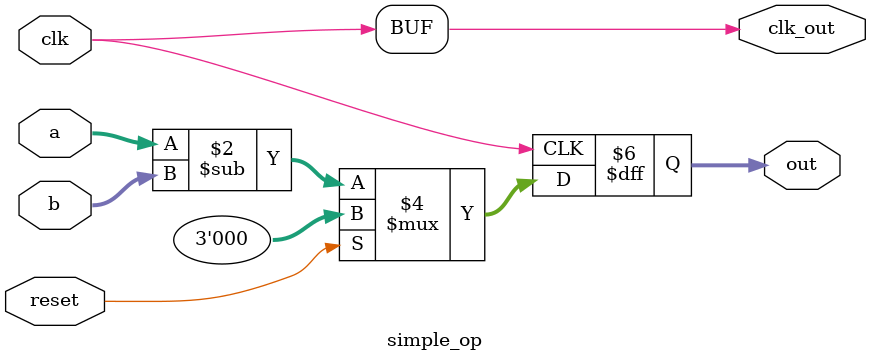
<source format=v>
module simple_op(
    clk,
    reset,
    a,
    b,    
    out,
    clk_out
    );

    input   clk;
    input   reset;
    input   [1:0] a,b;

    output  [2:0] out;
    output  clk_out;

    assign clk_out = clk;

    always @(posedge clk)
    begin
        case(reset)
            1'b0:       out <= a - b;
            default:    out <= 1'b0;
        endcase
    end
endmodule
</source>
